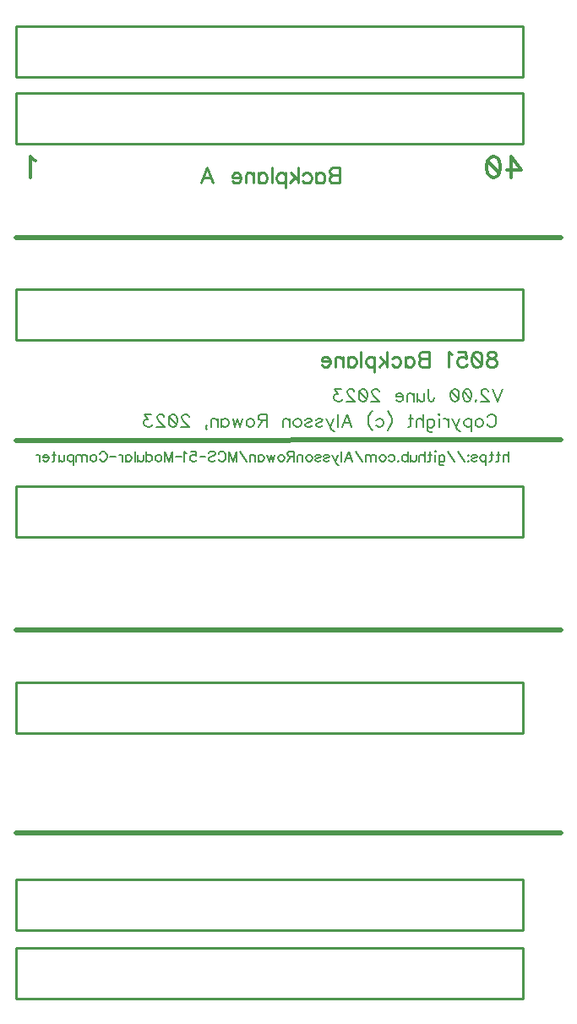
<source format=gbr>
G04 DipTrace 4.3.0.5*
G04 BottomSilk.gbr*
%MOMM*%
G04 #@! TF.FileFunction,Legend,Bot*
G04 #@! TF.Part,Single*
%ADD10C,0.25*%
%ADD20C,0.5*%
%ADD30C,0.19608*%
%ADD31C,0.31373*%
%ADD32C,0.23529*%
%ADD33C,0.15686*%
%FSLAX35Y35*%
G04*
G71*
G90*
G75*
G01*
G04 BotSilk*
%LPD*%
X-127000Y8940123D2*
D10*
Y8432123D1*
X4953000D1*
Y8940123D1*
X-127000D1*
Y9610873D2*
Y9102873D1*
X4953000D1*
Y9610873D1*
X-127000D1*
Y6971623D2*
Y6463623D1*
X4953000D1*
Y6971623D1*
X-127000D1*
Y381000D2*
Y-127000D1*
X4953000D1*
Y381000D1*
X-127000D1*
Y5003123D2*
Y4495123D1*
X4953000D1*
Y5003123D1*
X-127000D1*
Y3034623D2*
Y2526623D1*
X4953000D1*
Y3034623D1*
X-127000D1*
Y1066123D2*
Y558123D1*
X4953000D1*
Y1066123D1*
X-127000D1*
X-127010Y7493000D2*
D20*
X5334000D1*
X-127000Y5461000D2*
X5334000Y5463497D1*
X-127010Y3558497D2*
X5334000D1*
X-127010Y1526497D2*
X5334000D1*
X64428Y8260620D2*
D31*
X44886Y8270503D1*
X15686Y8299479D1*
Y8095528D1*
X4835065D2*
Y8299479D1*
X4932324Y8163586D1*
X4786548D1*
X4665403Y8299479D2*
X4694603Y8289820D1*
X4714145Y8260620D1*
X4723803Y8212103D1*
Y8182903D1*
X4714145Y8134386D1*
X4694603Y8105186D1*
X4665403Y8095528D1*
X4646086D1*
X4616886Y8105186D1*
X4597569Y8134386D1*
X4587686Y8182903D1*
Y8212103D1*
X4597569Y8260620D1*
X4616886Y8289820D1*
X4646086Y8299479D1*
X4665403D1*
X4597569Y8260620D2*
X4714145Y8134386D1*
X4651827Y6348265D2*
D32*
X4673559Y6341021D1*
X4680971Y6326533D1*
Y6311877D1*
X4673559Y6297389D1*
X4659071Y6289977D1*
X4629927Y6282733D1*
X4608027Y6275489D1*
X4593539Y6260833D1*
X4586296Y6246346D1*
Y6224446D1*
X4593539Y6209958D1*
X4600783Y6202546D1*
X4622683Y6195302D1*
X4651827D1*
X4673559Y6202546D1*
X4680971Y6209958D1*
X4688215Y6224446D1*
Y6246346D1*
X4680971Y6260833D1*
X4666315Y6275489D1*
X4644583Y6282733D1*
X4615439Y6289977D1*
X4600783Y6297389D1*
X4593539Y6311877D1*
Y6326533D1*
X4600783Y6341021D1*
X4622683Y6348265D1*
X4651827D1*
X4495437D2*
X4517337Y6341021D1*
X4531993Y6319121D1*
X4539237Y6282733D1*
Y6260833D1*
X4531993Y6224446D1*
X4517337Y6202546D1*
X4495437Y6195302D1*
X4480949D1*
X4459049Y6202546D1*
X4444561Y6224446D1*
X4437149Y6260833D1*
Y6282733D1*
X4444561Y6319121D1*
X4459049Y6341021D1*
X4480949Y6348265D1*
X4495437D1*
X4444561Y6319121D2*
X4531993Y6224446D1*
X4302659Y6348265D2*
X4375434D1*
X4382678Y6282733D1*
X4375434Y6289977D1*
X4353534Y6297389D1*
X4331803D1*
X4309903Y6289977D1*
X4295246Y6275489D1*
X4288003Y6253589D1*
Y6239102D1*
X4295246Y6217202D1*
X4309903Y6202546D1*
X4331803Y6195302D1*
X4353534D1*
X4375434Y6202546D1*
X4382678Y6209958D1*
X4390090Y6224446D1*
X4240944Y6319121D2*
X4226288Y6326533D1*
X4204388Y6348265D1*
Y6195302D1*
X4009193Y6348433D2*
Y6195302D1*
X3943493D1*
X3921593Y6202714D1*
X3914349Y6209958D1*
X3907105Y6224446D1*
Y6246346D1*
X3914349Y6261002D1*
X3921593Y6268246D1*
X3943493Y6275489D1*
X3921593Y6282902D1*
X3914349Y6290146D1*
X3907105Y6304633D1*
Y6319289D1*
X3914349Y6333777D1*
X3921593Y6341189D1*
X3943493Y6348433D1*
X4009193D1*
Y6275489D2*
X3943493D1*
X3772615Y6297389D2*
Y6195302D1*
Y6275489D2*
X3787103Y6290146D1*
X3801759Y6297389D1*
X3823490D1*
X3838146Y6290146D1*
X3852634Y6275489D1*
X3860046Y6253589D1*
Y6239102D1*
X3852634Y6217202D1*
X3838146Y6202714D1*
X3823490Y6195302D1*
X3801759D1*
X3787103Y6202714D1*
X3772615Y6217202D1*
X3637956Y6275489D2*
X3652612Y6290146D1*
X3667268Y6297389D1*
X3689000D1*
X3703656Y6290146D1*
X3718144Y6275489D1*
X3725556Y6253589D1*
Y6239102D1*
X3718144Y6217202D1*
X3703656Y6202714D1*
X3689000Y6195302D1*
X3667268D1*
X3652612Y6202714D1*
X3637956Y6217202D1*
X3590897Y6348433D2*
Y6195302D1*
X3517953Y6297389D2*
X3590897Y6224446D1*
X3561753Y6253589D2*
X3510710Y6195302D1*
X3463651Y6297389D2*
Y6144258D1*
Y6275489D2*
X3448995Y6289977D1*
X3434507Y6297389D1*
X3412607D1*
X3397951Y6289977D1*
X3383463Y6275489D1*
X3376051Y6253589D1*
Y6238933D1*
X3383463Y6217202D1*
X3397951Y6202546D1*
X3412607Y6195302D1*
X3434507D1*
X3448995Y6202546D1*
X3463651Y6217202D1*
X3328992Y6348433D2*
Y6195302D1*
X3194502Y6297389D2*
Y6195302D1*
Y6275489D2*
X3208989Y6290146D1*
X3223645Y6297389D1*
X3245377D1*
X3260033Y6290146D1*
X3274521Y6275489D1*
X3281933Y6253589D1*
Y6239102D1*
X3274521Y6217202D1*
X3260033Y6202714D1*
X3245377Y6195302D1*
X3223645D1*
X3208989Y6202714D1*
X3194502Y6217202D1*
X3147443Y6297389D2*
Y6195302D1*
Y6268246D2*
X3125543Y6290146D1*
X3110887Y6297389D1*
X3089155D1*
X3074499Y6290146D1*
X3067255Y6268246D1*
Y6195302D1*
X3020196Y6253589D2*
X2932765D1*
Y6268246D1*
X2940009Y6282902D1*
X2947252Y6290146D1*
X2961909Y6297389D1*
X2983809D1*
X2998296Y6290146D1*
X3012952Y6275489D1*
X3020196Y6253589D1*
Y6239102D1*
X3012952Y6217202D1*
X2998296Y6202714D1*
X2983809Y6195302D1*
X2961909D1*
X2947252Y6202714D1*
X2932765Y6217202D1*
X3114631Y8189933D2*
Y8036802D1*
X3048931D1*
X3027031Y8044214D1*
X3019788Y8051458D1*
X3012544Y8065946D1*
Y8087846D1*
X3019788Y8102502D1*
X3027031Y8109746D1*
X3048931Y8116989D1*
X3027031Y8124402D1*
X3019788Y8131646D1*
X3012544Y8146133D1*
Y8160789D1*
X3019788Y8175277D1*
X3027031Y8182689D1*
X3048931Y8189933D1*
X3114631D1*
Y8116989D2*
X3048931D1*
X2878053Y8138889D2*
Y8036802D1*
Y8116989D2*
X2892541Y8131646D1*
X2907197Y8138889D1*
X2928929D1*
X2943585Y8131646D1*
X2958073Y8116989D1*
X2965485Y8095089D1*
Y8080602D1*
X2958073Y8058702D1*
X2943585Y8044214D1*
X2928929Y8036802D1*
X2907197D1*
X2892541Y8044214D1*
X2878053Y8058702D1*
X2743395Y8116989D2*
X2758051Y8131646D1*
X2772707Y8138889D1*
X2794438D1*
X2809095Y8131646D1*
X2823582Y8116989D1*
X2830995Y8095089D1*
Y8080602D1*
X2823582Y8058702D1*
X2809095Y8044214D1*
X2794438Y8036802D1*
X2772707D1*
X2758051Y8044214D1*
X2743395Y8058702D1*
X2696336Y8189933D2*
Y8036802D1*
X2623392Y8138889D2*
X2696336Y8065946D1*
X2667192Y8095089D2*
X2616148Y8036802D1*
X2569089Y8138889D2*
Y7985758D1*
Y8116989D2*
X2554433Y8131477D1*
X2539945Y8138889D1*
X2518045D1*
X2503389Y8131477D1*
X2488901Y8116989D1*
X2481489Y8095089D1*
Y8080433D1*
X2488901Y8058702D1*
X2503389Y8044046D1*
X2518045Y8036802D1*
X2539945D1*
X2554433Y8044046D1*
X2569089Y8058702D1*
X2434430Y8189933D2*
Y8036802D1*
X2299940Y8138889D2*
Y8036802D1*
Y8116989D2*
X2314428Y8131646D1*
X2329084Y8138889D1*
X2350815D1*
X2365472Y8131646D1*
X2379959Y8116989D1*
X2387372Y8095089D1*
Y8080602D1*
X2379959Y8058702D1*
X2365472Y8044214D1*
X2350815Y8036802D1*
X2329084D1*
X2314428Y8044214D1*
X2299940Y8058702D1*
X2252881Y8138889D2*
Y8036802D1*
Y8109746D2*
X2230981Y8131646D1*
X2216325Y8138889D1*
X2194593D1*
X2179937Y8131646D1*
X2172693Y8109746D1*
Y8036802D1*
X2125635Y8095089D2*
X2038203D1*
Y8109746D1*
X2045447Y8124402D1*
X2052691Y8131646D1*
X2067347Y8138889D1*
X2089247D1*
X2103735Y8131646D1*
X2118391Y8116989D1*
X2125635Y8095089D1*
Y8080602D1*
X2118391Y8058702D1*
X2103735Y8044214D1*
X2089247Y8036802D1*
X2067347D1*
X2052691Y8044214D1*
X2038203Y8058702D1*
X1726265Y8036802D2*
X1784721Y8189933D1*
X1843009Y8036802D1*
X1821109Y8087846D2*
X1748165D1*
X4747449Y5976048D2*
D30*
X4698875Y5848439D1*
X4650302Y5976048D1*
X4604910Y5945585D2*
Y5951621D1*
X4598873Y5963835D1*
X4592837Y5969871D1*
X4580623Y5975908D1*
X4556337D1*
X4544264Y5969871D1*
X4538227Y5963835D1*
X4532050Y5951621D1*
Y5939548D1*
X4538227Y5927335D1*
X4550300Y5909225D1*
X4611087Y5848439D1*
X4526014D1*
X4480761Y5860652D2*
X4486798Y5854475D1*
X4480761Y5848439D1*
X4474584Y5854475D1*
X4480761Y5860652D1*
X4398869Y5975908D2*
X4417119Y5969871D1*
X4429332Y5951621D1*
X4435369Y5921298D1*
Y5903048D1*
X4429332Y5872725D1*
X4417119Y5854475D1*
X4398869Y5848439D1*
X4386796D1*
X4368546Y5854475D1*
X4356473Y5872725D1*
X4350296Y5903048D1*
Y5921298D1*
X4356473Y5951621D1*
X4368546Y5969871D1*
X4386796Y5975908D1*
X4398869D1*
X4356473Y5951621D2*
X4429332Y5872725D1*
X4274580Y5975908D2*
X4292830Y5969871D1*
X4305043Y5951621D1*
X4311080Y5921298D1*
Y5903048D1*
X4305043Y5872725D1*
X4292830Y5854475D1*
X4274580Y5848439D1*
X4262507D1*
X4244257Y5854475D1*
X4232184Y5872725D1*
X4226007Y5903048D1*
Y5921298D1*
X4232184Y5951621D1*
X4244257Y5969871D1*
X4262507Y5975908D1*
X4274580D1*
X4232184Y5951621D2*
X4305043Y5872725D1*
X4002558Y5976048D2*
Y5878902D1*
X4008595Y5860652D1*
X4014772Y5854616D1*
X4026845Y5848439D1*
X4039058D1*
X4051131Y5854616D1*
X4057168Y5860652D1*
X4063345Y5878902D1*
Y5890975D1*
X3963343Y5933512D2*
Y5872725D1*
X3957306Y5854616D1*
X3945093Y5848439D1*
X3926843D1*
X3914769Y5854616D1*
X3896519Y5872725D1*
Y5933512D2*
Y5848439D1*
X3857304Y5933512D2*
Y5848439D1*
Y5909225D2*
X3839054Y5927475D1*
X3826840Y5933512D1*
X3808731D1*
X3796517Y5927475D1*
X3790481Y5909225D1*
Y5848439D1*
X3751265Y5897012D2*
X3678405D1*
Y5909225D1*
X3684442Y5921439D1*
X3690479Y5927475D1*
X3702692Y5933512D1*
X3720942D1*
X3733015Y5927475D1*
X3745229Y5915262D1*
X3751265Y5897012D1*
Y5884939D1*
X3745229Y5866689D1*
X3733015Y5854616D1*
X3720942Y5848439D1*
X3702692D1*
X3690479Y5854616D1*
X3678405Y5866689D1*
X3509566Y5945585D2*
Y5951621D1*
X3503530Y5963835D1*
X3497493Y5969871D1*
X3485280Y5975908D1*
X3460993D1*
X3448920Y5969871D1*
X3442884Y5963835D1*
X3436707Y5951621D1*
Y5939548D1*
X3442884Y5927335D1*
X3454957Y5909225D1*
X3515743Y5848439D1*
X3430670D1*
X3354955Y5975908D2*
X3373205Y5969871D1*
X3385418Y5951621D1*
X3391455Y5921298D1*
Y5903048D1*
X3385418Y5872725D1*
X3373205Y5854475D1*
X3354955Y5848439D1*
X3342881D1*
X3324631Y5854475D1*
X3312558Y5872725D1*
X3306381Y5903048D1*
Y5921298D1*
X3312558Y5951621D1*
X3324631Y5969871D1*
X3342881Y5975908D1*
X3354955D1*
X3312558Y5951621D2*
X3385418Y5872725D1*
X3260989Y5945585D2*
Y5951621D1*
X3254952Y5963835D1*
X3248916Y5969871D1*
X3236702Y5975908D1*
X3212416D1*
X3200343Y5969871D1*
X3194306Y5963835D1*
X3188129Y5951621D1*
Y5939548D1*
X3194306Y5927335D1*
X3206379Y5909225D1*
X3267166Y5848439D1*
X3182093D1*
X3130664Y5975908D2*
X3063981D1*
X3100340Y5927335D1*
X3082090D1*
X3070017Y5921298D1*
X3063981Y5915262D1*
X3057804Y5897012D1*
Y5884939D1*
X3063981Y5866689D1*
X3076054Y5854475D1*
X3094304Y5848439D1*
X3112554D1*
X3130664Y5854475D1*
X3136700Y5860652D1*
X3142877Y5872725D1*
X4592231Y5691725D2*
X4598267Y5703798D1*
X4610481Y5716012D1*
X4622554Y5722048D1*
X4646840D1*
X4659054Y5716012D1*
X4671127Y5703798D1*
X4677304Y5691725D1*
X4683340Y5673475D1*
Y5643012D1*
X4677304Y5624902D1*
X4671127Y5612689D1*
X4659054Y5600616D1*
X4646840Y5594439D1*
X4622554D1*
X4610481Y5600616D1*
X4598267Y5612689D1*
X4592231Y5624902D1*
X4522692Y5679512D2*
X4534765Y5673475D1*
X4546979Y5661262D1*
X4553015Y5643012D1*
Y5630939D1*
X4546979Y5612689D1*
X4534765Y5600616D1*
X4522692Y5594439D1*
X4504442D1*
X4492229Y5600616D1*
X4480156Y5612689D1*
X4473979Y5630939D1*
Y5643012D1*
X4480156Y5661262D1*
X4492229Y5673475D1*
X4504442Y5679512D1*
X4522692D1*
X4434763D2*
Y5551902D1*
Y5661262D2*
X4422550Y5673335D1*
X4410476Y5679512D1*
X4392226D1*
X4380013Y5673335D1*
X4367940Y5661262D1*
X4361763Y5643012D1*
Y5630798D1*
X4367940Y5612689D1*
X4380013Y5600475D1*
X4392226Y5594439D1*
X4410476D1*
X4422550Y5600475D1*
X4434763Y5612689D1*
X4316370Y5679512D2*
X4280011Y5594439D1*
X4292084Y5570152D1*
X4304297Y5557939D1*
X4316370Y5551902D1*
X4322547D1*
X4243511Y5679512D2*
X4280011Y5594439D1*
X4204295Y5679512D2*
Y5594439D1*
Y5643012D2*
X4198118Y5661262D1*
X4186045Y5673475D1*
X4173832Y5679512D1*
X4155582D1*
X4116366Y5722048D2*
X4110329Y5716012D1*
X4104152Y5722048D1*
X4110329Y5728225D1*
X4116366Y5722048D1*
X4110329Y5679512D2*
Y5594439D1*
X3992077Y5673475D2*
Y5576189D1*
X3998114Y5558079D1*
X4004150Y5551902D1*
X4016364Y5545866D1*
X4034614D1*
X4046687Y5551902D1*
X3992077Y5655225D2*
X4004150Y5667298D1*
X4016364Y5673475D1*
X4034614D1*
X4046687Y5667298D1*
X4058900Y5655225D1*
X4064937Y5636975D1*
Y5624762D1*
X4058900Y5606652D1*
X4046687Y5594439D1*
X4034614Y5588402D1*
X4016364D1*
X4004150Y5594439D1*
X3992077Y5606652D1*
X3952861Y5722048D2*
Y5594439D1*
Y5655225D2*
X3934611Y5673475D1*
X3922398Y5679512D1*
X3904148D1*
X3892075Y5673475D1*
X3886038Y5655225D1*
Y5594439D1*
X3828573Y5722048D2*
Y5618725D1*
X3822536Y5600616D1*
X3810323Y5594439D1*
X3798250D1*
X3846823Y5679512D2*
X3804286D1*
X3593051Y5755319D2*
X3605264Y5743246D1*
X3617337Y5724996D1*
X3629551Y5700710D1*
X3635587Y5670246D1*
Y5645960D1*
X3629551Y5615637D1*
X3617337Y5591350D1*
X3605264Y5573100D1*
X3593051Y5561027D1*
X3480835Y5661262D2*
X3493049Y5673475D1*
X3505262Y5679512D1*
X3523372D1*
X3535585Y5673475D1*
X3547658Y5661262D1*
X3553835Y5643012D1*
Y5630939D1*
X3547658Y5612689D1*
X3535585Y5600616D1*
X3523372Y5594439D1*
X3505262D1*
X3493049Y5600616D1*
X3480835Y5612689D1*
X3441620Y5755319D2*
X3429406Y5743246D1*
X3417333Y5724996D1*
X3405120Y5700710D1*
X3399083Y5670246D1*
Y5645960D1*
X3405120Y5615637D1*
X3417333Y5591350D1*
X3429406Y5573100D1*
X3441620Y5561027D1*
X3139134Y5594439D2*
X3187848Y5722048D1*
X3236421Y5594439D1*
X3218171Y5636975D2*
X3157384D1*
X3099919Y5722048D2*
Y5594439D1*
X3054526Y5679512D2*
X3018166Y5594439D1*
X3030240Y5570152D1*
X3042453Y5557939D1*
X3054526Y5551902D1*
X3060703D1*
X2981666Y5679512D2*
X3018166Y5594439D1*
X2875628Y5661262D2*
X2881664Y5673475D1*
X2899914Y5679512D1*
X2918164D1*
X2936414Y5673475D1*
X2942451Y5661262D1*
X2936414Y5649189D1*
X2924201Y5643012D1*
X2893878Y5636975D1*
X2881664Y5630939D1*
X2875628Y5618725D1*
Y5612689D1*
X2881664Y5600616D1*
X2899914Y5594439D1*
X2918164D1*
X2936414Y5600616D1*
X2942451Y5612689D1*
X2769589Y5661262D2*
X2775625Y5673475D1*
X2793875Y5679512D1*
X2812125D1*
X2830375Y5673475D1*
X2836412Y5661262D1*
X2830375Y5649189D1*
X2818162Y5643012D1*
X2787839Y5636975D1*
X2775625Y5630939D1*
X2769589Y5618725D1*
Y5612689D1*
X2775625Y5600616D1*
X2793875Y5594439D1*
X2812125D1*
X2830375Y5600616D1*
X2836412Y5612689D1*
X2700050Y5679512D2*
X2712123Y5673475D1*
X2724337Y5661262D1*
X2730373Y5643012D1*
Y5630939D1*
X2724337Y5612689D1*
X2712123Y5600616D1*
X2700050Y5594439D1*
X2681800D1*
X2669587Y5600616D1*
X2657514Y5612689D1*
X2651337Y5630939D1*
Y5643012D1*
X2657514Y5661262D1*
X2669587Y5673475D1*
X2681800Y5679512D1*
X2700050D1*
X2612121D2*
Y5594439D1*
Y5655225D2*
X2593871Y5673475D1*
X2581658Y5679512D1*
X2563548D1*
X2551334Y5673475D1*
X2545298Y5655225D1*
Y5594439D1*
X2382636Y5661262D2*
X2328026D1*
X2309776Y5667439D1*
X2303599Y5673475D1*
X2297563Y5685548D1*
Y5697762D1*
X2303599Y5709835D1*
X2309776Y5716012D1*
X2328026Y5722048D1*
X2382636D1*
Y5594439D1*
X2340099Y5661262D2*
X2297563Y5594439D1*
X2228024Y5679512D2*
X2240097Y5673475D1*
X2252310Y5661262D1*
X2258347Y5643012D1*
Y5630939D1*
X2252310Y5612689D1*
X2240097Y5600616D1*
X2228024Y5594439D1*
X2209774D1*
X2197560Y5600616D1*
X2185487Y5612689D1*
X2179310Y5630939D1*
Y5643012D1*
X2185487Y5661262D1*
X2197560Y5673475D1*
X2209774Y5679512D1*
X2228024D1*
X2140095D2*
X2115808Y5594439D1*
X2091522Y5679512D1*
X2067235Y5594439D1*
X2042949Y5679512D1*
X1930873D2*
Y5594439D1*
Y5661262D2*
X1942946Y5673475D1*
X1955160Y5679512D1*
X1973269D1*
X1985483Y5673475D1*
X1997556Y5661262D1*
X2003733Y5643012D1*
Y5630939D1*
X1997556Y5612689D1*
X1985483Y5600616D1*
X1973269Y5594439D1*
X1955160D1*
X1942946Y5600616D1*
X1930873Y5612689D1*
X1891658Y5679512D2*
Y5594439D1*
Y5655225D2*
X1873408Y5673475D1*
X1861194Y5679512D1*
X1843085D1*
X1830871Y5673475D1*
X1824835Y5655225D1*
Y5594439D1*
X1773405Y5600475D2*
X1779582Y5594439D1*
X1785619Y5600475D1*
X1779582Y5606652D1*
X1773405Y5600475D1*
Y5588402D1*
X1779582Y5576189D1*
X1785619Y5570152D1*
X1604566Y5691585D2*
Y5697621D1*
X1598530Y5709835D1*
X1592493Y5715871D1*
X1580280Y5721908D1*
X1555993D1*
X1543920Y5715871D1*
X1537884Y5709835D1*
X1531707Y5697621D1*
Y5685548D1*
X1537884Y5673335D1*
X1549957Y5655225D1*
X1610743Y5594439D1*
X1525670D1*
X1449955Y5721908D2*
X1468205Y5715871D1*
X1480418Y5697621D1*
X1486455Y5667298D1*
Y5649048D1*
X1480418Y5618725D1*
X1468205Y5600475D1*
X1449955Y5594439D1*
X1437881D1*
X1419631Y5600475D1*
X1407558Y5618725D1*
X1401381Y5649048D1*
Y5667298D1*
X1407558Y5697621D1*
X1419631Y5715871D1*
X1437881Y5721908D1*
X1449955D1*
X1407558Y5697621D2*
X1480418Y5618725D1*
X1355989Y5691585D2*
Y5697621D1*
X1349952Y5709835D1*
X1343916Y5715871D1*
X1331702Y5721908D1*
X1307416D1*
X1295343Y5715871D1*
X1289306Y5709835D1*
X1283129Y5697621D1*
Y5685548D1*
X1289306Y5673335D1*
X1301379Y5655225D1*
X1362166Y5594439D1*
X1277093D1*
X1225664Y5721908D2*
X1158981D1*
X1195340Y5673335D1*
X1177090D1*
X1165017Y5667298D1*
X1158981Y5661262D1*
X1152804Y5643012D1*
Y5630939D1*
X1158981Y5612689D1*
X1171054Y5600475D1*
X1189304Y5594439D1*
X1207554D1*
X1225664Y5600475D1*
X1231700Y5606652D1*
X1237877Y5618725D1*
X4807090Y5349663D2*
D33*
Y5247576D1*
Y5296205D2*
X4792490Y5310805D1*
X4782719Y5315634D1*
X4768119D1*
X4758461Y5310805D1*
X4753632Y5296205D1*
Y5247576D1*
X4707659Y5349663D2*
Y5267005D1*
X4702830Y5252517D1*
X4693059Y5247576D1*
X4683401D1*
X4722259Y5315634D2*
X4688230D1*
X4637428Y5349663D2*
Y5267005D1*
X4632599Y5252517D1*
X4622828Y5247576D1*
X4613170D1*
X4652028Y5315634D2*
X4617999D1*
X4581797D2*
Y5213546D1*
Y5301034D2*
X4572026Y5310693D1*
X4562368Y5315634D1*
X4547768D1*
X4537997Y5310693D1*
X4528339Y5301034D1*
X4523397Y5286434D1*
Y5276663D1*
X4528339Y5262176D1*
X4537997Y5252405D1*
X4547768Y5247576D1*
X4562368D1*
X4572026Y5252405D1*
X4581797Y5262176D1*
X4438566Y5301034D2*
X4443395Y5310805D1*
X4457995Y5315634D1*
X4472595D1*
X4487195Y5310805D1*
X4492024Y5301034D1*
X4487195Y5291376D1*
X4477424Y5286434D1*
X4453166Y5281605D1*
X4443395Y5276776D1*
X4438566Y5267005D1*
Y5262176D1*
X4443395Y5252517D1*
X4457995Y5247576D1*
X4472595D1*
X4487195Y5252517D1*
X4492024Y5262176D1*
X4402252Y5315634D2*
X4407193Y5310693D1*
X4402252Y5305863D1*
X4397423Y5310693D1*
X4402252Y5315634D1*
Y5257346D2*
X4407193Y5252405D1*
X4402252Y5247576D1*
X4397423Y5252405D1*
X4402252Y5257346D1*
X4366050Y5247576D2*
X4297992Y5349551D1*
X4266619Y5247576D2*
X4198561Y5349551D1*
X4108900Y5310805D2*
Y5232976D1*
X4113730Y5218488D1*
X4118559Y5213546D1*
X4128330Y5208717D1*
X4142930D1*
X4152588Y5213546D1*
X4108900Y5296205D2*
X4118559Y5305863D1*
X4128330Y5310805D1*
X4142930D1*
X4152588Y5305863D1*
X4162359Y5296205D1*
X4167188Y5281605D1*
Y5271834D1*
X4162359Y5257346D1*
X4152588Y5247576D1*
X4142930Y5242746D1*
X4128330D1*
X4118559Y5247576D1*
X4108900Y5257346D1*
X4077528Y5349663D2*
X4072699Y5344834D1*
X4067757Y5349663D1*
X4072699Y5354605D1*
X4077528Y5349663D1*
X4072699Y5315634D2*
Y5247576D1*
X4021785Y5349663D2*
Y5267005D1*
X4016955Y5252517D1*
X4007185Y5247576D1*
X3997526D1*
X4036385Y5315634D2*
X4002355D1*
X3966154Y5349663D2*
Y5247576D1*
Y5296205D2*
X3951554Y5310805D1*
X3941783Y5315634D1*
X3927183D1*
X3917524Y5310805D1*
X3912695Y5296205D1*
Y5247576D1*
X3881323Y5315634D2*
Y5267005D1*
X3876493Y5252517D1*
X3866723Y5247576D1*
X3852123D1*
X3842464Y5252517D1*
X3827864Y5267005D1*
Y5315634D2*
Y5247576D1*
X3796491Y5349663D2*
Y5247576D1*
Y5301034D2*
X3786721Y5310805D1*
X3777062Y5315634D1*
X3762462D1*
X3752804Y5310805D1*
X3743033Y5301034D1*
X3738204Y5286434D1*
Y5276776D1*
X3743033Y5262176D1*
X3752804Y5252517D1*
X3762462Y5247576D1*
X3777062D1*
X3786721Y5252517D1*
X3796491Y5262176D1*
X3702002Y5257346D2*
X3706831Y5252405D1*
X3702002Y5247576D1*
X3697060Y5252405D1*
X3702002Y5257346D1*
X3607288Y5301034D2*
X3617059Y5310805D1*
X3626829Y5315634D1*
X3641317D1*
X3651088Y5310805D1*
X3660746Y5301034D1*
X3665688Y5286434D1*
Y5276776D1*
X3660746Y5262176D1*
X3651088Y5252517D1*
X3641317Y5247576D1*
X3626829D1*
X3617059Y5252517D1*
X3607288Y5262176D1*
X3551657Y5315634D2*
X3561315Y5310805D1*
X3571086Y5301034D1*
X3575915Y5286434D1*
Y5276776D1*
X3571086Y5262176D1*
X3561315Y5252517D1*
X3551657Y5247576D1*
X3537057D1*
X3527286Y5252517D1*
X3517628Y5262176D1*
X3512686Y5276776D1*
Y5286434D1*
X3517628Y5301034D1*
X3527286Y5310805D1*
X3537057Y5315634D1*
X3551657D1*
X3481314D2*
Y5247576D1*
Y5296205D2*
X3466714Y5310805D1*
X3456943Y5315634D1*
X3442455D1*
X3432684Y5310805D1*
X3427855Y5296205D1*
Y5247576D1*
Y5296205D2*
X3413255Y5310805D1*
X3403484Y5315634D1*
X3388997D1*
X3379226Y5310805D1*
X3374284Y5296205D1*
Y5247576D1*
X3342912D2*
X3274853Y5349551D1*
X3165652Y5247576D2*
X3204622Y5349663D1*
X3243481Y5247576D1*
X3228881Y5281605D2*
X3180252D1*
X3134279Y5349663D2*
Y5247576D1*
X3097965Y5315634D2*
X3068877Y5247576D1*
X3078536Y5228146D1*
X3088306Y5218376D1*
X3097965Y5213546D1*
X3102906D1*
X3039677Y5315634D2*
X3068877Y5247576D1*
X2954846Y5301034D2*
X2959675Y5310805D1*
X2974275Y5315634D1*
X2988875D1*
X3003475Y5310805D1*
X3008305Y5301034D1*
X3003475Y5291376D1*
X2993705Y5286434D1*
X2969446Y5281605D1*
X2959675Y5276776D1*
X2954846Y5267005D1*
Y5262176D1*
X2959675Y5252517D1*
X2974275Y5247576D1*
X2988875D1*
X3003475Y5252517D1*
X3008305Y5262176D1*
X2870015Y5301034D2*
X2874844Y5310805D1*
X2889444Y5315634D1*
X2904044D1*
X2918644Y5310805D1*
X2923474Y5301034D1*
X2918644Y5291376D1*
X2908874Y5286434D1*
X2884615Y5281605D1*
X2874844Y5276776D1*
X2870015Y5267005D1*
Y5262176D1*
X2874844Y5252517D1*
X2889444Y5247576D1*
X2904044D1*
X2918644Y5252517D1*
X2923474Y5262176D1*
X2814384Y5315634D2*
X2824043Y5310805D1*
X2833813Y5301034D1*
X2838643Y5286434D1*
Y5276776D1*
X2833813Y5262176D1*
X2824043Y5252517D1*
X2814384Y5247576D1*
X2799784D1*
X2790013Y5252517D1*
X2780355Y5262176D1*
X2775413Y5276776D1*
Y5286434D1*
X2780355Y5301034D1*
X2790013Y5310805D1*
X2799784Y5315634D1*
X2814384D1*
X2744041D2*
Y5247576D1*
Y5296205D2*
X2729441Y5310805D1*
X2719670Y5315634D1*
X2705182D1*
X2695412Y5310805D1*
X2690582Y5296205D1*
Y5247576D1*
X2659210Y5301034D2*
X2615522D1*
X2600922Y5305976D1*
X2595981Y5310805D1*
X2591151Y5320463D1*
Y5330234D1*
X2595981Y5339893D1*
X2600922Y5344834D1*
X2615522Y5349663D1*
X2659210D1*
Y5247576D1*
X2625181Y5301034D2*
X2591151Y5247576D1*
X2535520Y5315634D2*
X2545179Y5310805D1*
X2554950Y5301034D1*
X2559779Y5286434D1*
Y5276776D1*
X2554950Y5262176D1*
X2545179Y5252517D1*
X2535520Y5247576D1*
X2520920D1*
X2511150Y5252517D1*
X2501491Y5262176D1*
X2496550Y5276776D1*
Y5286434D1*
X2501491Y5301034D1*
X2511150Y5310805D1*
X2520920Y5315634D1*
X2535520D1*
X2465177D2*
X2445748Y5247576D1*
X2426319Y5315634D1*
X2406889Y5247576D1*
X2387460Y5315634D1*
X2297800D2*
Y5247576D1*
Y5301034D2*
X2307458Y5310805D1*
X2317229Y5315634D1*
X2331717D1*
X2341488Y5310805D1*
X2351146Y5301034D1*
X2356088Y5286434D1*
Y5276776D1*
X2351146Y5262176D1*
X2341488Y5252517D1*
X2331717Y5247576D1*
X2317229D1*
X2307458Y5252517D1*
X2297800Y5262176D1*
X2266427Y5315634D2*
Y5247576D1*
Y5296205D2*
X2251827Y5310805D1*
X2242057Y5315634D1*
X2227569D1*
X2217798Y5310805D1*
X2212969Y5296205D1*
Y5247576D1*
X2181596D2*
X2113538Y5349551D1*
X2004448Y5247576D2*
Y5349663D1*
X2043307Y5247576D1*
X2082165Y5349663D1*
Y5247576D1*
X1900188Y5325405D2*
X1905017Y5335063D1*
X1914788Y5344834D1*
X1924447Y5349663D1*
X1943876D1*
X1953647Y5344834D1*
X1963305Y5335063D1*
X1968247Y5325405D1*
X1973076Y5310805D1*
Y5286434D1*
X1968247Y5271946D1*
X1963305Y5262176D1*
X1953647Y5252517D1*
X1943876Y5247576D1*
X1924447D1*
X1914788Y5252517D1*
X1905017Y5262176D1*
X1900188Y5271946D1*
X1800757Y5335063D2*
X1810416Y5344834D1*
X1825016Y5349663D1*
X1844445D1*
X1859045Y5344834D1*
X1868816Y5335063D1*
Y5325405D1*
X1863874Y5315634D1*
X1859045Y5310805D1*
X1849386Y5305976D1*
X1820186Y5296205D1*
X1810416Y5291376D1*
X1805586Y5286434D1*
X1800757Y5276776D1*
Y5262176D1*
X1810416Y5252517D1*
X1825016Y5247576D1*
X1844445D1*
X1859045Y5252517D1*
X1868816Y5262176D1*
X1769385Y5298563D2*
X1713231D1*
X1623571Y5349551D2*
X1672087D1*
X1676917Y5305863D1*
X1672087Y5310693D1*
X1657487Y5315634D1*
X1643000D1*
X1628400Y5310693D1*
X1618629Y5301034D1*
X1613800Y5286434D1*
Y5276776D1*
X1618629Y5262176D1*
X1628400Y5252405D1*
X1643000Y5247576D1*
X1657487D1*
X1672087Y5252405D1*
X1676917Y5257346D1*
X1681858Y5267005D1*
X1582427Y5330122D2*
X1572656Y5335063D1*
X1558056Y5349551D1*
Y5247576D1*
X1526684Y5298563D2*
X1470530D1*
X1361441Y5247576D2*
Y5349663D1*
X1400299Y5247576D1*
X1439158Y5349663D1*
Y5247576D1*
X1305810Y5315634D2*
X1315468Y5310805D1*
X1325239Y5301034D1*
X1330068Y5286434D1*
Y5276776D1*
X1325239Y5262176D1*
X1315468Y5252517D1*
X1305810Y5247576D1*
X1291210D1*
X1281439Y5252517D1*
X1271780Y5262176D1*
X1266839Y5276776D1*
Y5286434D1*
X1271780Y5301034D1*
X1281439Y5310805D1*
X1291210Y5315634D1*
X1305810D1*
X1177179Y5349663D2*
Y5247576D1*
Y5301034D2*
X1186837Y5310805D1*
X1196608Y5315634D1*
X1211208D1*
X1220866Y5310805D1*
X1230637Y5301034D1*
X1235466Y5286434D1*
Y5276776D1*
X1230637Y5262176D1*
X1220866Y5252517D1*
X1211208Y5247576D1*
X1196608D1*
X1186837Y5252517D1*
X1177179Y5262176D1*
X1145806Y5315634D2*
Y5267005D1*
X1140977Y5252517D1*
X1131206Y5247576D1*
X1116606D1*
X1106948Y5252517D1*
X1092348Y5267005D1*
Y5315634D2*
Y5247576D1*
X1060975Y5349663D2*
Y5247576D1*
X971315Y5315634D2*
Y5247576D1*
Y5301034D2*
X980973Y5310805D1*
X990744Y5315634D1*
X1005232D1*
X1015002Y5310805D1*
X1024661Y5301034D1*
X1029602Y5286434D1*
Y5276776D1*
X1024661Y5262176D1*
X1015002Y5252517D1*
X1005232Y5247576D1*
X990744D1*
X980973Y5252517D1*
X971315Y5262176D1*
X939942Y5315634D2*
Y5247576D1*
Y5286434D2*
X935001Y5301034D1*
X925342Y5310805D1*
X915571Y5315634D1*
X900971D1*
X869599Y5298563D2*
X813445D1*
X709185Y5325405D2*
X714014Y5335063D1*
X723785Y5344834D1*
X733443Y5349663D1*
X752873D1*
X762643Y5344834D1*
X772302Y5335063D1*
X777243Y5325405D1*
X782073Y5310805D1*
Y5286434D1*
X777243Y5271946D1*
X772302Y5262176D1*
X762643Y5252517D1*
X752873Y5247576D1*
X733443D1*
X723785Y5252517D1*
X714014Y5262176D1*
X709185Y5271946D1*
X653554Y5315634D2*
X663212Y5310805D1*
X672983Y5301034D1*
X677812Y5286434D1*
Y5276776D1*
X672983Y5262176D1*
X663212Y5252517D1*
X653554Y5247576D1*
X638954D1*
X629183Y5252517D1*
X619525Y5262176D1*
X614583Y5276776D1*
Y5286434D1*
X619525Y5301034D1*
X629183Y5310805D1*
X638954Y5315634D1*
X653554D1*
X583210D2*
Y5247576D1*
Y5296205D2*
X568610Y5310805D1*
X558840Y5315634D1*
X544352D1*
X534581Y5310805D1*
X529752Y5296205D1*
Y5247576D1*
Y5296205D2*
X515152Y5310805D1*
X505381Y5315634D1*
X490894D1*
X481123Y5310805D1*
X476181Y5296205D1*
Y5247576D1*
X444809Y5315634D2*
Y5213546D1*
Y5301034D2*
X435038Y5310693D1*
X425379Y5315634D1*
X410779D1*
X401009Y5310693D1*
X391350Y5301034D1*
X386409Y5286434D1*
Y5276663D1*
X391350Y5262176D1*
X401009Y5252405D1*
X410779Y5247576D1*
X425379D1*
X435038Y5252405D1*
X444809Y5262176D1*
X355036Y5315634D2*
Y5267005D1*
X350207Y5252517D1*
X340436Y5247576D1*
X325836D1*
X316178Y5252517D1*
X301578Y5267005D1*
Y5315634D2*
Y5247576D1*
X255605Y5349663D2*
Y5267005D1*
X250776Y5252517D1*
X241005Y5247576D1*
X231347D1*
X270205Y5315634D2*
X236176D1*
X199974Y5286434D2*
X141686D1*
Y5296205D1*
X146516Y5305976D1*
X151345Y5310805D1*
X161116Y5315634D1*
X175716D1*
X185374Y5310805D1*
X195145Y5301034D1*
X199974Y5286434D1*
Y5276776D1*
X195145Y5262176D1*
X185374Y5252517D1*
X175716Y5247576D1*
X161116D1*
X151345Y5252517D1*
X141686Y5262176D1*
X110314Y5315634D2*
Y5247576D1*
Y5286434D2*
X105372Y5301034D1*
X95714Y5310805D1*
X85943Y5315634D1*
X71343D1*
M02*

</source>
